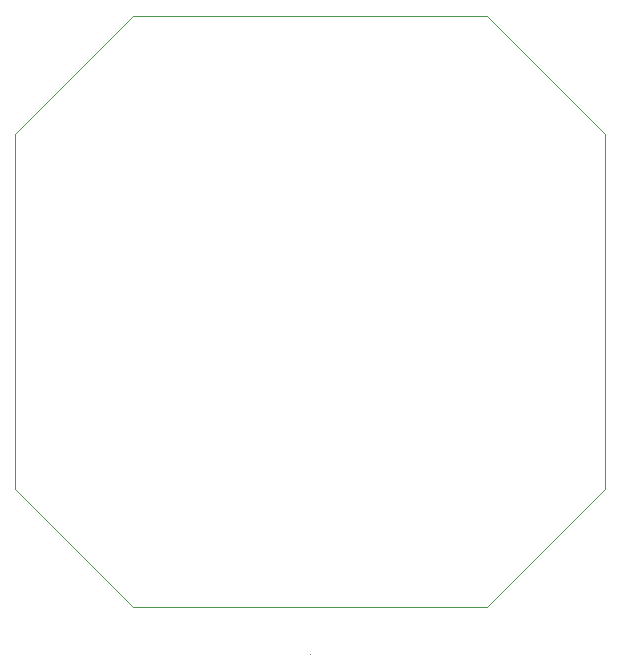
<source format=gko>
G04 (created by PCBNEW (2013-09-06 BZR 4312)-stable) date T 04 märts 2014 22:38:06 EET*
%MOIN*%
G04 Gerber Fmt 3.4, Leading zero omitted, Abs format*
%FSLAX34Y34*%
G01*
G70*
G90*
G04 APERTURE LIST*
%ADD10C,0.000787*%
%ADD11C,0.001000*%
G04 APERTURE END LIST*
G54D10*
G54D11*
X49213Y-56692D02*
G75*
G03X49213Y-56692I0J0D01*
G74*
G01*
X49211Y-56692D02*
X49213Y-56692D01*
X49212Y-56691D02*
X49212Y-56693D01*
X43307Y-55118D02*
X39370Y-51181D01*
X55118Y-55118D02*
X43307Y-55118D01*
X59055Y-51181D02*
X55118Y-55118D01*
X59055Y-39370D02*
X59055Y-51181D01*
X55118Y-35433D02*
X59055Y-39370D01*
X43307Y-35433D02*
X55118Y-35433D01*
X39370Y-39370D02*
X43307Y-35433D01*
X39370Y-51181D02*
X39370Y-39370D01*
M02*

</source>
